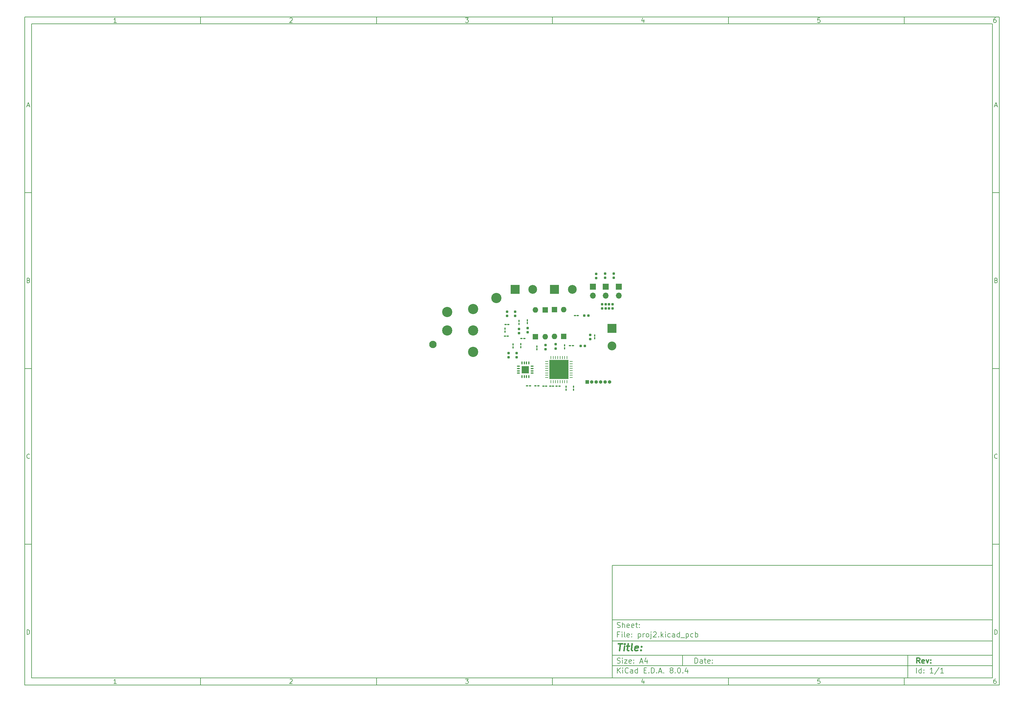
<source format=gbr>
%TF.GenerationSoftware,KiCad,Pcbnew,8.0.4*%
%TF.CreationDate,2024-08-22T11:34:41-04:00*%
%TF.ProjectId,proj2,70726f6a-322e-46b6-9963-61645f706362,rev?*%
%TF.SameCoordinates,Original*%
%TF.FileFunction,Soldermask,Top*%
%TF.FilePolarity,Negative*%
%FSLAX46Y46*%
G04 Gerber Fmt 4.6, Leading zero omitted, Abs format (unit mm)*
G04 Created by KiCad (PCBNEW 8.0.4) date 2024-08-22 11:34:41*
%MOMM*%
%LPD*%
G01*
G04 APERTURE LIST*
G04 Aperture macros list*
%AMRoundRect*
0 Rectangle with rounded corners*
0 $1 Rounding radius*
0 $2 $3 $4 $5 $6 $7 $8 $9 X,Y pos of 4 corners*
0 Add a 4 corners polygon primitive as box body*
4,1,4,$2,$3,$4,$5,$6,$7,$8,$9,$2,$3,0*
0 Add four circle primitives for the rounded corners*
1,1,$1+$1,$2,$3*
1,1,$1+$1,$4,$5*
1,1,$1+$1,$6,$7*
1,1,$1+$1,$8,$9*
0 Add four rect primitives between the rounded corners*
20,1,$1+$1,$2,$3,$4,$5,0*
20,1,$1+$1,$4,$5,$6,$7,0*
20,1,$1+$1,$6,$7,$8,$9,0*
20,1,$1+$1,$8,$9,$2,$3,0*%
G04 Aperture macros list end*
%ADD10C,0.100000*%
%ADD11C,0.150000*%
%ADD12C,0.300000*%
%ADD13C,0.400000*%
%ADD14RoundRect,0.160000X-0.160000X0.197500X-0.160000X-0.197500X0.160000X-0.197500X0.160000X0.197500X0*%
%ADD15RoundRect,0.160000X-0.197500X-0.160000X0.197500X-0.160000X0.197500X0.160000X-0.197500X0.160000X0*%
%ADD16RoundRect,0.100000X-0.100000X0.217500X-0.100000X-0.217500X0.100000X-0.217500X0.100000X0.217500X0*%
%ADD17RoundRect,0.160000X0.160000X-0.197500X0.160000X0.197500X-0.160000X0.197500X-0.160000X-0.197500X0*%
%ADD18RoundRect,0.100000X-0.217500X-0.100000X0.217500X-0.100000X0.217500X0.100000X-0.217500X0.100000X0*%
%ADD19R,2.500000X2.500000*%
%ADD20C,2.500000*%
%ADD21R,1.600000X1.600000*%
%ADD22O,1.600000X1.600000*%
%ADD23C,2.100000*%
%ADD24C,2.900000*%
%ADD25R,1.700000X1.700000*%
%ADD26O,1.700000X1.700000*%
%ADD27RoundRect,0.100000X0.217500X0.100000X-0.217500X0.100000X-0.217500X-0.100000X0.217500X-0.100000X0*%
%ADD28R,1.000000X1.000000*%
%ADD29O,1.000000X1.000000*%
%ADD30RoundRect,0.100000X0.100000X-0.217500X0.100000X0.217500X-0.100000X0.217500X-0.100000X-0.217500X0*%
%ADD31RoundRect,0.062500X-0.362500X-0.062500X0.362500X-0.062500X0.362500X0.062500X-0.362500X0.062500X0*%
%ADD32RoundRect,0.062500X-0.062500X-0.362500X0.062500X-0.362500X0.062500X0.362500X-0.062500X0.362500X0*%
%ADD33R,5.400000X5.400000*%
%ADD34RoundRect,0.075000X0.350000X0.075000X-0.350000X0.075000X-0.350000X-0.075000X0.350000X-0.075000X0*%
%ADD35RoundRect,0.075000X0.075000X0.350000X-0.075000X0.350000X-0.075000X-0.350000X0.075000X-0.350000X0*%
%ADD36R,2.100000X2.100000*%
G04 APERTURE END LIST*
D10*
D11*
X177002200Y-166007200D02*
X285002200Y-166007200D01*
X285002200Y-198007200D01*
X177002200Y-198007200D01*
X177002200Y-166007200D01*
D10*
D11*
X10000000Y-10000000D02*
X287002200Y-10000000D01*
X287002200Y-200007200D01*
X10000000Y-200007200D01*
X10000000Y-10000000D01*
D10*
D11*
X12000000Y-12000000D02*
X285002200Y-12000000D01*
X285002200Y-198007200D01*
X12000000Y-198007200D01*
X12000000Y-12000000D01*
D10*
D11*
X60000000Y-12000000D02*
X60000000Y-10000000D01*
D10*
D11*
X110000000Y-12000000D02*
X110000000Y-10000000D01*
D10*
D11*
X160000000Y-12000000D02*
X160000000Y-10000000D01*
D10*
D11*
X210000000Y-12000000D02*
X210000000Y-10000000D01*
D10*
D11*
X260000000Y-12000000D02*
X260000000Y-10000000D01*
D10*
D11*
X36089160Y-11593604D02*
X35346303Y-11593604D01*
X35717731Y-11593604D02*
X35717731Y-10293604D01*
X35717731Y-10293604D02*
X35593922Y-10479319D01*
X35593922Y-10479319D02*
X35470112Y-10603128D01*
X35470112Y-10603128D02*
X35346303Y-10665033D01*
D10*
D11*
X85346303Y-10417414D02*
X85408207Y-10355509D01*
X85408207Y-10355509D02*
X85532017Y-10293604D01*
X85532017Y-10293604D02*
X85841541Y-10293604D01*
X85841541Y-10293604D02*
X85965350Y-10355509D01*
X85965350Y-10355509D02*
X86027255Y-10417414D01*
X86027255Y-10417414D02*
X86089160Y-10541223D01*
X86089160Y-10541223D02*
X86089160Y-10665033D01*
X86089160Y-10665033D02*
X86027255Y-10850747D01*
X86027255Y-10850747D02*
X85284398Y-11593604D01*
X85284398Y-11593604D02*
X86089160Y-11593604D01*
D10*
D11*
X135284398Y-10293604D02*
X136089160Y-10293604D01*
X136089160Y-10293604D02*
X135655826Y-10788842D01*
X135655826Y-10788842D02*
X135841541Y-10788842D01*
X135841541Y-10788842D02*
X135965350Y-10850747D01*
X135965350Y-10850747D02*
X136027255Y-10912652D01*
X136027255Y-10912652D02*
X136089160Y-11036461D01*
X136089160Y-11036461D02*
X136089160Y-11345985D01*
X136089160Y-11345985D02*
X136027255Y-11469795D01*
X136027255Y-11469795D02*
X135965350Y-11531700D01*
X135965350Y-11531700D02*
X135841541Y-11593604D01*
X135841541Y-11593604D02*
X135470112Y-11593604D01*
X135470112Y-11593604D02*
X135346303Y-11531700D01*
X135346303Y-11531700D02*
X135284398Y-11469795D01*
D10*
D11*
X185965350Y-10726938D02*
X185965350Y-11593604D01*
X185655826Y-10231700D02*
X185346303Y-11160271D01*
X185346303Y-11160271D02*
X186151064Y-11160271D01*
D10*
D11*
X236027255Y-10293604D02*
X235408207Y-10293604D01*
X235408207Y-10293604D02*
X235346303Y-10912652D01*
X235346303Y-10912652D02*
X235408207Y-10850747D01*
X235408207Y-10850747D02*
X235532017Y-10788842D01*
X235532017Y-10788842D02*
X235841541Y-10788842D01*
X235841541Y-10788842D02*
X235965350Y-10850747D01*
X235965350Y-10850747D02*
X236027255Y-10912652D01*
X236027255Y-10912652D02*
X236089160Y-11036461D01*
X236089160Y-11036461D02*
X236089160Y-11345985D01*
X236089160Y-11345985D02*
X236027255Y-11469795D01*
X236027255Y-11469795D02*
X235965350Y-11531700D01*
X235965350Y-11531700D02*
X235841541Y-11593604D01*
X235841541Y-11593604D02*
X235532017Y-11593604D01*
X235532017Y-11593604D02*
X235408207Y-11531700D01*
X235408207Y-11531700D02*
X235346303Y-11469795D01*
D10*
D11*
X285965350Y-10293604D02*
X285717731Y-10293604D01*
X285717731Y-10293604D02*
X285593922Y-10355509D01*
X285593922Y-10355509D02*
X285532017Y-10417414D01*
X285532017Y-10417414D02*
X285408207Y-10603128D01*
X285408207Y-10603128D02*
X285346303Y-10850747D01*
X285346303Y-10850747D02*
X285346303Y-11345985D01*
X285346303Y-11345985D02*
X285408207Y-11469795D01*
X285408207Y-11469795D02*
X285470112Y-11531700D01*
X285470112Y-11531700D02*
X285593922Y-11593604D01*
X285593922Y-11593604D02*
X285841541Y-11593604D01*
X285841541Y-11593604D02*
X285965350Y-11531700D01*
X285965350Y-11531700D02*
X286027255Y-11469795D01*
X286027255Y-11469795D02*
X286089160Y-11345985D01*
X286089160Y-11345985D02*
X286089160Y-11036461D01*
X286089160Y-11036461D02*
X286027255Y-10912652D01*
X286027255Y-10912652D02*
X285965350Y-10850747D01*
X285965350Y-10850747D02*
X285841541Y-10788842D01*
X285841541Y-10788842D02*
X285593922Y-10788842D01*
X285593922Y-10788842D02*
X285470112Y-10850747D01*
X285470112Y-10850747D02*
X285408207Y-10912652D01*
X285408207Y-10912652D02*
X285346303Y-11036461D01*
D10*
D11*
X60000000Y-198007200D02*
X60000000Y-200007200D01*
D10*
D11*
X110000000Y-198007200D02*
X110000000Y-200007200D01*
D10*
D11*
X160000000Y-198007200D02*
X160000000Y-200007200D01*
D10*
D11*
X210000000Y-198007200D02*
X210000000Y-200007200D01*
D10*
D11*
X260000000Y-198007200D02*
X260000000Y-200007200D01*
D10*
D11*
X36089160Y-199600804D02*
X35346303Y-199600804D01*
X35717731Y-199600804D02*
X35717731Y-198300804D01*
X35717731Y-198300804D02*
X35593922Y-198486519D01*
X35593922Y-198486519D02*
X35470112Y-198610328D01*
X35470112Y-198610328D02*
X35346303Y-198672233D01*
D10*
D11*
X85346303Y-198424614D02*
X85408207Y-198362709D01*
X85408207Y-198362709D02*
X85532017Y-198300804D01*
X85532017Y-198300804D02*
X85841541Y-198300804D01*
X85841541Y-198300804D02*
X85965350Y-198362709D01*
X85965350Y-198362709D02*
X86027255Y-198424614D01*
X86027255Y-198424614D02*
X86089160Y-198548423D01*
X86089160Y-198548423D02*
X86089160Y-198672233D01*
X86089160Y-198672233D02*
X86027255Y-198857947D01*
X86027255Y-198857947D02*
X85284398Y-199600804D01*
X85284398Y-199600804D02*
X86089160Y-199600804D01*
D10*
D11*
X135284398Y-198300804D02*
X136089160Y-198300804D01*
X136089160Y-198300804D02*
X135655826Y-198796042D01*
X135655826Y-198796042D02*
X135841541Y-198796042D01*
X135841541Y-198796042D02*
X135965350Y-198857947D01*
X135965350Y-198857947D02*
X136027255Y-198919852D01*
X136027255Y-198919852D02*
X136089160Y-199043661D01*
X136089160Y-199043661D02*
X136089160Y-199353185D01*
X136089160Y-199353185D02*
X136027255Y-199476995D01*
X136027255Y-199476995D02*
X135965350Y-199538900D01*
X135965350Y-199538900D02*
X135841541Y-199600804D01*
X135841541Y-199600804D02*
X135470112Y-199600804D01*
X135470112Y-199600804D02*
X135346303Y-199538900D01*
X135346303Y-199538900D02*
X135284398Y-199476995D01*
D10*
D11*
X185965350Y-198734138D02*
X185965350Y-199600804D01*
X185655826Y-198238900D02*
X185346303Y-199167471D01*
X185346303Y-199167471D02*
X186151064Y-199167471D01*
D10*
D11*
X236027255Y-198300804D02*
X235408207Y-198300804D01*
X235408207Y-198300804D02*
X235346303Y-198919852D01*
X235346303Y-198919852D02*
X235408207Y-198857947D01*
X235408207Y-198857947D02*
X235532017Y-198796042D01*
X235532017Y-198796042D02*
X235841541Y-198796042D01*
X235841541Y-198796042D02*
X235965350Y-198857947D01*
X235965350Y-198857947D02*
X236027255Y-198919852D01*
X236027255Y-198919852D02*
X236089160Y-199043661D01*
X236089160Y-199043661D02*
X236089160Y-199353185D01*
X236089160Y-199353185D02*
X236027255Y-199476995D01*
X236027255Y-199476995D02*
X235965350Y-199538900D01*
X235965350Y-199538900D02*
X235841541Y-199600804D01*
X235841541Y-199600804D02*
X235532017Y-199600804D01*
X235532017Y-199600804D02*
X235408207Y-199538900D01*
X235408207Y-199538900D02*
X235346303Y-199476995D01*
D10*
D11*
X285965350Y-198300804D02*
X285717731Y-198300804D01*
X285717731Y-198300804D02*
X285593922Y-198362709D01*
X285593922Y-198362709D02*
X285532017Y-198424614D01*
X285532017Y-198424614D02*
X285408207Y-198610328D01*
X285408207Y-198610328D02*
X285346303Y-198857947D01*
X285346303Y-198857947D02*
X285346303Y-199353185D01*
X285346303Y-199353185D02*
X285408207Y-199476995D01*
X285408207Y-199476995D02*
X285470112Y-199538900D01*
X285470112Y-199538900D02*
X285593922Y-199600804D01*
X285593922Y-199600804D02*
X285841541Y-199600804D01*
X285841541Y-199600804D02*
X285965350Y-199538900D01*
X285965350Y-199538900D02*
X286027255Y-199476995D01*
X286027255Y-199476995D02*
X286089160Y-199353185D01*
X286089160Y-199353185D02*
X286089160Y-199043661D01*
X286089160Y-199043661D02*
X286027255Y-198919852D01*
X286027255Y-198919852D02*
X285965350Y-198857947D01*
X285965350Y-198857947D02*
X285841541Y-198796042D01*
X285841541Y-198796042D02*
X285593922Y-198796042D01*
X285593922Y-198796042D02*
X285470112Y-198857947D01*
X285470112Y-198857947D02*
X285408207Y-198919852D01*
X285408207Y-198919852D02*
X285346303Y-199043661D01*
D10*
D11*
X10000000Y-60000000D02*
X12000000Y-60000000D01*
D10*
D11*
X10000000Y-110000000D02*
X12000000Y-110000000D01*
D10*
D11*
X10000000Y-160000000D02*
X12000000Y-160000000D01*
D10*
D11*
X10690476Y-35222176D02*
X11309523Y-35222176D01*
X10566666Y-35593604D02*
X10999999Y-34293604D01*
X10999999Y-34293604D02*
X11433333Y-35593604D01*
D10*
D11*
X11092857Y-84912652D02*
X11278571Y-84974557D01*
X11278571Y-84974557D02*
X11340476Y-85036461D01*
X11340476Y-85036461D02*
X11402380Y-85160271D01*
X11402380Y-85160271D02*
X11402380Y-85345985D01*
X11402380Y-85345985D02*
X11340476Y-85469795D01*
X11340476Y-85469795D02*
X11278571Y-85531700D01*
X11278571Y-85531700D02*
X11154761Y-85593604D01*
X11154761Y-85593604D02*
X10659523Y-85593604D01*
X10659523Y-85593604D02*
X10659523Y-84293604D01*
X10659523Y-84293604D02*
X11092857Y-84293604D01*
X11092857Y-84293604D02*
X11216666Y-84355509D01*
X11216666Y-84355509D02*
X11278571Y-84417414D01*
X11278571Y-84417414D02*
X11340476Y-84541223D01*
X11340476Y-84541223D02*
X11340476Y-84665033D01*
X11340476Y-84665033D02*
X11278571Y-84788842D01*
X11278571Y-84788842D02*
X11216666Y-84850747D01*
X11216666Y-84850747D02*
X11092857Y-84912652D01*
X11092857Y-84912652D02*
X10659523Y-84912652D01*
D10*
D11*
X11402380Y-135469795D02*
X11340476Y-135531700D01*
X11340476Y-135531700D02*
X11154761Y-135593604D01*
X11154761Y-135593604D02*
X11030952Y-135593604D01*
X11030952Y-135593604D02*
X10845238Y-135531700D01*
X10845238Y-135531700D02*
X10721428Y-135407890D01*
X10721428Y-135407890D02*
X10659523Y-135284080D01*
X10659523Y-135284080D02*
X10597619Y-135036461D01*
X10597619Y-135036461D02*
X10597619Y-134850747D01*
X10597619Y-134850747D02*
X10659523Y-134603128D01*
X10659523Y-134603128D02*
X10721428Y-134479319D01*
X10721428Y-134479319D02*
X10845238Y-134355509D01*
X10845238Y-134355509D02*
X11030952Y-134293604D01*
X11030952Y-134293604D02*
X11154761Y-134293604D01*
X11154761Y-134293604D02*
X11340476Y-134355509D01*
X11340476Y-134355509D02*
X11402380Y-134417414D01*
D10*
D11*
X10659523Y-185593604D02*
X10659523Y-184293604D01*
X10659523Y-184293604D02*
X10969047Y-184293604D01*
X10969047Y-184293604D02*
X11154761Y-184355509D01*
X11154761Y-184355509D02*
X11278571Y-184479319D01*
X11278571Y-184479319D02*
X11340476Y-184603128D01*
X11340476Y-184603128D02*
X11402380Y-184850747D01*
X11402380Y-184850747D02*
X11402380Y-185036461D01*
X11402380Y-185036461D02*
X11340476Y-185284080D01*
X11340476Y-185284080D02*
X11278571Y-185407890D01*
X11278571Y-185407890D02*
X11154761Y-185531700D01*
X11154761Y-185531700D02*
X10969047Y-185593604D01*
X10969047Y-185593604D02*
X10659523Y-185593604D01*
D10*
D11*
X287002200Y-60000000D02*
X285002200Y-60000000D01*
D10*
D11*
X287002200Y-110000000D02*
X285002200Y-110000000D01*
D10*
D11*
X287002200Y-160000000D02*
X285002200Y-160000000D01*
D10*
D11*
X285692676Y-35222176D02*
X286311723Y-35222176D01*
X285568866Y-35593604D02*
X286002199Y-34293604D01*
X286002199Y-34293604D02*
X286435533Y-35593604D01*
D10*
D11*
X286095057Y-84912652D02*
X286280771Y-84974557D01*
X286280771Y-84974557D02*
X286342676Y-85036461D01*
X286342676Y-85036461D02*
X286404580Y-85160271D01*
X286404580Y-85160271D02*
X286404580Y-85345985D01*
X286404580Y-85345985D02*
X286342676Y-85469795D01*
X286342676Y-85469795D02*
X286280771Y-85531700D01*
X286280771Y-85531700D02*
X286156961Y-85593604D01*
X286156961Y-85593604D02*
X285661723Y-85593604D01*
X285661723Y-85593604D02*
X285661723Y-84293604D01*
X285661723Y-84293604D02*
X286095057Y-84293604D01*
X286095057Y-84293604D02*
X286218866Y-84355509D01*
X286218866Y-84355509D02*
X286280771Y-84417414D01*
X286280771Y-84417414D02*
X286342676Y-84541223D01*
X286342676Y-84541223D02*
X286342676Y-84665033D01*
X286342676Y-84665033D02*
X286280771Y-84788842D01*
X286280771Y-84788842D02*
X286218866Y-84850747D01*
X286218866Y-84850747D02*
X286095057Y-84912652D01*
X286095057Y-84912652D02*
X285661723Y-84912652D01*
D10*
D11*
X286404580Y-135469795D02*
X286342676Y-135531700D01*
X286342676Y-135531700D02*
X286156961Y-135593604D01*
X286156961Y-135593604D02*
X286033152Y-135593604D01*
X286033152Y-135593604D02*
X285847438Y-135531700D01*
X285847438Y-135531700D02*
X285723628Y-135407890D01*
X285723628Y-135407890D02*
X285661723Y-135284080D01*
X285661723Y-135284080D02*
X285599819Y-135036461D01*
X285599819Y-135036461D02*
X285599819Y-134850747D01*
X285599819Y-134850747D02*
X285661723Y-134603128D01*
X285661723Y-134603128D02*
X285723628Y-134479319D01*
X285723628Y-134479319D02*
X285847438Y-134355509D01*
X285847438Y-134355509D02*
X286033152Y-134293604D01*
X286033152Y-134293604D02*
X286156961Y-134293604D01*
X286156961Y-134293604D02*
X286342676Y-134355509D01*
X286342676Y-134355509D02*
X286404580Y-134417414D01*
D10*
D11*
X285661723Y-185593604D02*
X285661723Y-184293604D01*
X285661723Y-184293604D02*
X285971247Y-184293604D01*
X285971247Y-184293604D02*
X286156961Y-184355509D01*
X286156961Y-184355509D02*
X286280771Y-184479319D01*
X286280771Y-184479319D02*
X286342676Y-184603128D01*
X286342676Y-184603128D02*
X286404580Y-184850747D01*
X286404580Y-184850747D02*
X286404580Y-185036461D01*
X286404580Y-185036461D02*
X286342676Y-185284080D01*
X286342676Y-185284080D02*
X286280771Y-185407890D01*
X286280771Y-185407890D02*
X286156961Y-185531700D01*
X286156961Y-185531700D02*
X285971247Y-185593604D01*
X285971247Y-185593604D02*
X285661723Y-185593604D01*
D10*
D11*
X200458026Y-193793328D02*
X200458026Y-192293328D01*
X200458026Y-192293328D02*
X200815169Y-192293328D01*
X200815169Y-192293328D02*
X201029455Y-192364757D01*
X201029455Y-192364757D02*
X201172312Y-192507614D01*
X201172312Y-192507614D02*
X201243741Y-192650471D01*
X201243741Y-192650471D02*
X201315169Y-192936185D01*
X201315169Y-192936185D02*
X201315169Y-193150471D01*
X201315169Y-193150471D02*
X201243741Y-193436185D01*
X201243741Y-193436185D02*
X201172312Y-193579042D01*
X201172312Y-193579042D02*
X201029455Y-193721900D01*
X201029455Y-193721900D02*
X200815169Y-193793328D01*
X200815169Y-193793328D02*
X200458026Y-193793328D01*
X202600884Y-193793328D02*
X202600884Y-193007614D01*
X202600884Y-193007614D02*
X202529455Y-192864757D01*
X202529455Y-192864757D02*
X202386598Y-192793328D01*
X202386598Y-192793328D02*
X202100884Y-192793328D01*
X202100884Y-192793328D02*
X201958026Y-192864757D01*
X202600884Y-193721900D02*
X202458026Y-193793328D01*
X202458026Y-193793328D02*
X202100884Y-193793328D01*
X202100884Y-193793328D02*
X201958026Y-193721900D01*
X201958026Y-193721900D02*
X201886598Y-193579042D01*
X201886598Y-193579042D02*
X201886598Y-193436185D01*
X201886598Y-193436185D02*
X201958026Y-193293328D01*
X201958026Y-193293328D02*
X202100884Y-193221900D01*
X202100884Y-193221900D02*
X202458026Y-193221900D01*
X202458026Y-193221900D02*
X202600884Y-193150471D01*
X203100884Y-192793328D02*
X203672312Y-192793328D01*
X203315169Y-192293328D02*
X203315169Y-193579042D01*
X203315169Y-193579042D02*
X203386598Y-193721900D01*
X203386598Y-193721900D02*
X203529455Y-193793328D01*
X203529455Y-193793328D02*
X203672312Y-193793328D01*
X204743741Y-193721900D02*
X204600884Y-193793328D01*
X204600884Y-193793328D02*
X204315170Y-193793328D01*
X204315170Y-193793328D02*
X204172312Y-193721900D01*
X204172312Y-193721900D02*
X204100884Y-193579042D01*
X204100884Y-193579042D02*
X204100884Y-193007614D01*
X204100884Y-193007614D02*
X204172312Y-192864757D01*
X204172312Y-192864757D02*
X204315170Y-192793328D01*
X204315170Y-192793328D02*
X204600884Y-192793328D01*
X204600884Y-192793328D02*
X204743741Y-192864757D01*
X204743741Y-192864757D02*
X204815170Y-193007614D01*
X204815170Y-193007614D02*
X204815170Y-193150471D01*
X204815170Y-193150471D02*
X204100884Y-193293328D01*
X205458026Y-193650471D02*
X205529455Y-193721900D01*
X205529455Y-193721900D02*
X205458026Y-193793328D01*
X205458026Y-193793328D02*
X205386598Y-193721900D01*
X205386598Y-193721900D02*
X205458026Y-193650471D01*
X205458026Y-193650471D02*
X205458026Y-193793328D01*
X205458026Y-192864757D02*
X205529455Y-192936185D01*
X205529455Y-192936185D02*
X205458026Y-193007614D01*
X205458026Y-193007614D02*
X205386598Y-192936185D01*
X205386598Y-192936185D02*
X205458026Y-192864757D01*
X205458026Y-192864757D02*
X205458026Y-193007614D01*
D10*
D11*
X177002200Y-194507200D02*
X285002200Y-194507200D01*
D10*
D11*
X178458026Y-196593328D02*
X178458026Y-195093328D01*
X179315169Y-196593328D02*
X178672312Y-195736185D01*
X179315169Y-195093328D02*
X178458026Y-195950471D01*
X179958026Y-196593328D02*
X179958026Y-195593328D01*
X179958026Y-195093328D02*
X179886598Y-195164757D01*
X179886598Y-195164757D02*
X179958026Y-195236185D01*
X179958026Y-195236185D02*
X180029455Y-195164757D01*
X180029455Y-195164757D02*
X179958026Y-195093328D01*
X179958026Y-195093328D02*
X179958026Y-195236185D01*
X181529455Y-196450471D02*
X181458027Y-196521900D01*
X181458027Y-196521900D02*
X181243741Y-196593328D01*
X181243741Y-196593328D02*
X181100884Y-196593328D01*
X181100884Y-196593328D02*
X180886598Y-196521900D01*
X180886598Y-196521900D02*
X180743741Y-196379042D01*
X180743741Y-196379042D02*
X180672312Y-196236185D01*
X180672312Y-196236185D02*
X180600884Y-195950471D01*
X180600884Y-195950471D02*
X180600884Y-195736185D01*
X180600884Y-195736185D02*
X180672312Y-195450471D01*
X180672312Y-195450471D02*
X180743741Y-195307614D01*
X180743741Y-195307614D02*
X180886598Y-195164757D01*
X180886598Y-195164757D02*
X181100884Y-195093328D01*
X181100884Y-195093328D02*
X181243741Y-195093328D01*
X181243741Y-195093328D02*
X181458027Y-195164757D01*
X181458027Y-195164757D02*
X181529455Y-195236185D01*
X182815170Y-196593328D02*
X182815170Y-195807614D01*
X182815170Y-195807614D02*
X182743741Y-195664757D01*
X182743741Y-195664757D02*
X182600884Y-195593328D01*
X182600884Y-195593328D02*
X182315170Y-195593328D01*
X182315170Y-195593328D02*
X182172312Y-195664757D01*
X182815170Y-196521900D02*
X182672312Y-196593328D01*
X182672312Y-196593328D02*
X182315170Y-196593328D01*
X182315170Y-196593328D02*
X182172312Y-196521900D01*
X182172312Y-196521900D02*
X182100884Y-196379042D01*
X182100884Y-196379042D02*
X182100884Y-196236185D01*
X182100884Y-196236185D02*
X182172312Y-196093328D01*
X182172312Y-196093328D02*
X182315170Y-196021900D01*
X182315170Y-196021900D02*
X182672312Y-196021900D01*
X182672312Y-196021900D02*
X182815170Y-195950471D01*
X184172313Y-196593328D02*
X184172313Y-195093328D01*
X184172313Y-196521900D02*
X184029455Y-196593328D01*
X184029455Y-196593328D02*
X183743741Y-196593328D01*
X183743741Y-196593328D02*
X183600884Y-196521900D01*
X183600884Y-196521900D02*
X183529455Y-196450471D01*
X183529455Y-196450471D02*
X183458027Y-196307614D01*
X183458027Y-196307614D02*
X183458027Y-195879042D01*
X183458027Y-195879042D02*
X183529455Y-195736185D01*
X183529455Y-195736185D02*
X183600884Y-195664757D01*
X183600884Y-195664757D02*
X183743741Y-195593328D01*
X183743741Y-195593328D02*
X184029455Y-195593328D01*
X184029455Y-195593328D02*
X184172313Y-195664757D01*
X186029455Y-195807614D02*
X186529455Y-195807614D01*
X186743741Y-196593328D02*
X186029455Y-196593328D01*
X186029455Y-196593328D02*
X186029455Y-195093328D01*
X186029455Y-195093328D02*
X186743741Y-195093328D01*
X187386598Y-196450471D02*
X187458027Y-196521900D01*
X187458027Y-196521900D02*
X187386598Y-196593328D01*
X187386598Y-196593328D02*
X187315170Y-196521900D01*
X187315170Y-196521900D02*
X187386598Y-196450471D01*
X187386598Y-196450471D02*
X187386598Y-196593328D01*
X188100884Y-196593328D02*
X188100884Y-195093328D01*
X188100884Y-195093328D02*
X188458027Y-195093328D01*
X188458027Y-195093328D02*
X188672313Y-195164757D01*
X188672313Y-195164757D02*
X188815170Y-195307614D01*
X188815170Y-195307614D02*
X188886599Y-195450471D01*
X188886599Y-195450471D02*
X188958027Y-195736185D01*
X188958027Y-195736185D02*
X188958027Y-195950471D01*
X188958027Y-195950471D02*
X188886599Y-196236185D01*
X188886599Y-196236185D02*
X188815170Y-196379042D01*
X188815170Y-196379042D02*
X188672313Y-196521900D01*
X188672313Y-196521900D02*
X188458027Y-196593328D01*
X188458027Y-196593328D02*
X188100884Y-196593328D01*
X189600884Y-196450471D02*
X189672313Y-196521900D01*
X189672313Y-196521900D02*
X189600884Y-196593328D01*
X189600884Y-196593328D02*
X189529456Y-196521900D01*
X189529456Y-196521900D02*
X189600884Y-196450471D01*
X189600884Y-196450471D02*
X189600884Y-196593328D01*
X190243742Y-196164757D02*
X190958028Y-196164757D01*
X190100885Y-196593328D02*
X190600885Y-195093328D01*
X190600885Y-195093328D02*
X191100885Y-196593328D01*
X191600884Y-196450471D02*
X191672313Y-196521900D01*
X191672313Y-196521900D02*
X191600884Y-196593328D01*
X191600884Y-196593328D02*
X191529456Y-196521900D01*
X191529456Y-196521900D02*
X191600884Y-196450471D01*
X191600884Y-196450471D02*
X191600884Y-196593328D01*
X193672313Y-195736185D02*
X193529456Y-195664757D01*
X193529456Y-195664757D02*
X193458027Y-195593328D01*
X193458027Y-195593328D02*
X193386599Y-195450471D01*
X193386599Y-195450471D02*
X193386599Y-195379042D01*
X193386599Y-195379042D02*
X193458027Y-195236185D01*
X193458027Y-195236185D02*
X193529456Y-195164757D01*
X193529456Y-195164757D02*
X193672313Y-195093328D01*
X193672313Y-195093328D02*
X193958027Y-195093328D01*
X193958027Y-195093328D02*
X194100885Y-195164757D01*
X194100885Y-195164757D02*
X194172313Y-195236185D01*
X194172313Y-195236185D02*
X194243742Y-195379042D01*
X194243742Y-195379042D02*
X194243742Y-195450471D01*
X194243742Y-195450471D02*
X194172313Y-195593328D01*
X194172313Y-195593328D02*
X194100885Y-195664757D01*
X194100885Y-195664757D02*
X193958027Y-195736185D01*
X193958027Y-195736185D02*
X193672313Y-195736185D01*
X193672313Y-195736185D02*
X193529456Y-195807614D01*
X193529456Y-195807614D02*
X193458027Y-195879042D01*
X193458027Y-195879042D02*
X193386599Y-196021900D01*
X193386599Y-196021900D02*
X193386599Y-196307614D01*
X193386599Y-196307614D02*
X193458027Y-196450471D01*
X193458027Y-196450471D02*
X193529456Y-196521900D01*
X193529456Y-196521900D02*
X193672313Y-196593328D01*
X193672313Y-196593328D02*
X193958027Y-196593328D01*
X193958027Y-196593328D02*
X194100885Y-196521900D01*
X194100885Y-196521900D02*
X194172313Y-196450471D01*
X194172313Y-196450471D02*
X194243742Y-196307614D01*
X194243742Y-196307614D02*
X194243742Y-196021900D01*
X194243742Y-196021900D02*
X194172313Y-195879042D01*
X194172313Y-195879042D02*
X194100885Y-195807614D01*
X194100885Y-195807614D02*
X193958027Y-195736185D01*
X194886598Y-196450471D02*
X194958027Y-196521900D01*
X194958027Y-196521900D02*
X194886598Y-196593328D01*
X194886598Y-196593328D02*
X194815170Y-196521900D01*
X194815170Y-196521900D02*
X194886598Y-196450471D01*
X194886598Y-196450471D02*
X194886598Y-196593328D01*
X195886599Y-195093328D02*
X196029456Y-195093328D01*
X196029456Y-195093328D02*
X196172313Y-195164757D01*
X196172313Y-195164757D02*
X196243742Y-195236185D01*
X196243742Y-195236185D02*
X196315170Y-195379042D01*
X196315170Y-195379042D02*
X196386599Y-195664757D01*
X196386599Y-195664757D02*
X196386599Y-196021900D01*
X196386599Y-196021900D02*
X196315170Y-196307614D01*
X196315170Y-196307614D02*
X196243742Y-196450471D01*
X196243742Y-196450471D02*
X196172313Y-196521900D01*
X196172313Y-196521900D02*
X196029456Y-196593328D01*
X196029456Y-196593328D02*
X195886599Y-196593328D01*
X195886599Y-196593328D02*
X195743742Y-196521900D01*
X195743742Y-196521900D02*
X195672313Y-196450471D01*
X195672313Y-196450471D02*
X195600884Y-196307614D01*
X195600884Y-196307614D02*
X195529456Y-196021900D01*
X195529456Y-196021900D02*
X195529456Y-195664757D01*
X195529456Y-195664757D02*
X195600884Y-195379042D01*
X195600884Y-195379042D02*
X195672313Y-195236185D01*
X195672313Y-195236185D02*
X195743742Y-195164757D01*
X195743742Y-195164757D02*
X195886599Y-195093328D01*
X197029455Y-196450471D02*
X197100884Y-196521900D01*
X197100884Y-196521900D02*
X197029455Y-196593328D01*
X197029455Y-196593328D02*
X196958027Y-196521900D01*
X196958027Y-196521900D02*
X197029455Y-196450471D01*
X197029455Y-196450471D02*
X197029455Y-196593328D01*
X198386599Y-195593328D02*
X198386599Y-196593328D01*
X198029456Y-195021900D02*
X197672313Y-196093328D01*
X197672313Y-196093328D02*
X198600884Y-196093328D01*
D10*
D11*
X177002200Y-191507200D02*
X285002200Y-191507200D01*
D10*
D12*
X264413853Y-193785528D02*
X263913853Y-193071242D01*
X263556710Y-193785528D02*
X263556710Y-192285528D01*
X263556710Y-192285528D02*
X264128139Y-192285528D01*
X264128139Y-192285528D02*
X264270996Y-192356957D01*
X264270996Y-192356957D02*
X264342425Y-192428385D01*
X264342425Y-192428385D02*
X264413853Y-192571242D01*
X264413853Y-192571242D02*
X264413853Y-192785528D01*
X264413853Y-192785528D02*
X264342425Y-192928385D01*
X264342425Y-192928385D02*
X264270996Y-192999814D01*
X264270996Y-192999814D02*
X264128139Y-193071242D01*
X264128139Y-193071242D02*
X263556710Y-193071242D01*
X265628139Y-193714100D02*
X265485282Y-193785528D01*
X265485282Y-193785528D02*
X265199568Y-193785528D01*
X265199568Y-193785528D02*
X265056710Y-193714100D01*
X265056710Y-193714100D02*
X264985282Y-193571242D01*
X264985282Y-193571242D02*
X264985282Y-192999814D01*
X264985282Y-192999814D02*
X265056710Y-192856957D01*
X265056710Y-192856957D02*
X265199568Y-192785528D01*
X265199568Y-192785528D02*
X265485282Y-192785528D01*
X265485282Y-192785528D02*
X265628139Y-192856957D01*
X265628139Y-192856957D02*
X265699568Y-192999814D01*
X265699568Y-192999814D02*
X265699568Y-193142671D01*
X265699568Y-193142671D02*
X264985282Y-193285528D01*
X266199567Y-192785528D02*
X266556710Y-193785528D01*
X266556710Y-193785528D02*
X266913853Y-192785528D01*
X267485281Y-193642671D02*
X267556710Y-193714100D01*
X267556710Y-193714100D02*
X267485281Y-193785528D01*
X267485281Y-193785528D02*
X267413853Y-193714100D01*
X267413853Y-193714100D02*
X267485281Y-193642671D01*
X267485281Y-193642671D02*
X267485281Y-193785528D01*
X267485281Y-192856957D02*
X267556710Y-192928385D01*
X267556710Y-192928385D02*
X267485281Y-192999814D01*
X267485281Y-192999814D02*
X267413853Y-192928385D01*
X267413853Y-192928385D02*
X267485281Y-192856957D01*
X267485281Y-192856957D02*
X267485281Y-192999814D01*
D10*
D11*
X178386598Y-193721900D02*
X178600884Y-193793328D01*
X178600884Y-193793328D02*
X178958026Y-193793328D01*
X178958026Y-193793328D02*
X179100884Y-193721900D01*
X179100884Y-193721900D02*
X179172312Y-193650471D01*
X179172312Y-193650471D02*
X179243741Y-193507614D01*
X179243741Y-193507614D02*
X179243741Y-193364757D01*
X179243741Y-193364757D02*
X179172312Y-193221900D01*
X179172312Y-193221900D02*
X179100884Y-193150471D01*
X179100884Y-193150471D02*
X178958026Y-193079042D01*
X178958026Y-193079042D02*
X178672312Y-193007614D01*
X178672312Y-193007614D02*
X178529455Y-192936185D01*
X178529455Y-192936185D02*
X178458026Y-192864757D01*
X178458026Y-192864757D02*
X178386598Y-192721900D01*
X178386598Y-192721900D02*
X178386598Y-192579042D01*
X178386598Y-192579042D02*
X178458026Y-192436185D01*
X178458026Y-192436185D02*
X178529455Y-192364757D01*
X178529455Y-192364757D02*
X178672312Y-192293328D01*
X178672312Y-192293328D02*
X179029455Y-192293328D01*
X179029455Y-192293328D02*
X179243741Y-192364757D01*
X179886597Y-193793328D02*
X179886597Y-192793328D01*
X179886597Y-192293328D02*
X179815169Y-192364757D01*
X179815169Y-192364757D02*
X179886597Y-192436185D01*
X179886597Y-192436185D02*
X179958026Y-192364757D01*
X179958026Y-192364757D02*
X179886597Y-192293328D01*
X179886597Y-192293328D02*
X179886597Y-192436185D01*
X180458026Y-192793328D02*
X181243741Y-192793328D01*
X181243741Y-192793328D02*
X180458026Y-193793328D01*
X180458026Y-193793328D02*
X181243741Y-193793328D01*
X182386598Y-193721900D02*
X182243741Y-193793328D01*
X182243741Y-193793328D02*
X181958027Y-193793328D01*
X181958027Y-193793328D02*
X181815169Y-193721900D01*
X181815169Y-193721900D02*
X181743741Y-193579042D01*
X181743741Y-193579042D02*
X181743741Y-193007614D01*
X181743741Y-193007614D02*
X181815169Y-192864757D01*
X181815169Y-192864757D02*
X181958027Y-192793328D01*
X181958027Y-192793328D02*
X182243741Y-192793328D01*
X182243741Y-192793328D02*
X182386598Y-192864757D01*
X182386598Y-192864757D02*
X182458027Y-193007614D01*
X182458027Y-193007614D02*
X182458027Y-193150471D01*
X182458027Y-193150471D02*
X181743741Y-193293328D01*
X183100883Y-193650471D02*
X183172312Y-193721900D01*
X183172312Y-193721900D02*
X183100883Y-193793328D01*
X183100883Y-193793328D02*
X183029455Y-193721900D01*
X183029455Y-193721900D02*
X183100883Y-193650471D01*
X183100883Y-193650471D02*
X183100883Y-193793328D01*
X183100883Y-192864757D02*
X183172312Y-192936185D01*
X183172312Y-192936185D02*
X183100883Y-193007614D01*
X183100883Y-193007614D02*
X183029455Y-192936185D01*
X183029455Y-192936185D02*
X183100883Y-192864757D01*
X183100883Y-192864757D02*
X183100883Y-193007614D01*
X184886598Y-193364757D02*
X185600884Y-193364757D01*
X184743741Y-193793328D02*
X185243741Y-192293328D01*
X185243741Y-192293328D02*
X185743741Y-193793328D01*
X186886598Y-192793328D02*
X186886598Y-193793328D01*
X186529455Y-192221900D02*
X186172312Y-193293328D01*
X186172312Y-193293328D02*
X187100883Y-193293328D01*
D10*
D11*
X263458026Y-196593328D02*
X263458026Y-195093328D01*
X264815170Y-196593328D02*
X264815170Y-195093328D01*
X264815170Y-196521900D02*
X264672312Y-196593328D01*
X264672312Y-196593328D02*
X264386598Y-196593328D01*
X264386598Y-196593328D02*
X264243741Y-196521900D01*
X264243741Y-196521900D02*
X264172312Y-196450471D01*
X264172312Y-196450471D02*
X264100884Y-196307614D01*
X264100884Y-196307614D02*
X264100884Y-195879042D01*
X264100884Y-195879042D02*
X264172312Y-195736185D01*
X264172312Y-195736185D02*
X264243741Y-195664757D01*
X264243741Y-195664757D02*
X264386598Y-195593328D01*
X264386598Y-195593328D02*
X264672312Y-195593328D01*
X264672312Y-195593328D02*
X264815170Y-195664757D01*
X265529455Y-196450471D02*
X265600884Y-196521900D01*
X265600884Y-196521900D02*
X265529455Y-196593328D01*
X265529455Y-196593328D02*
X265458027Y-196521900D01*
X265458027Y-196521900D02*
X265529455Y-196450471D01*
X265529455Y-196450471D02*
X265529455Y-196593328D01*
X265529455Y-195664757D02*
X265600884Y-195736185D01*
X265600884Y-195736185D02*
X265529455Y-195807614D01*
X265529455Y-195807614D02*
X265458027Y-195736185D01*
X265458027Y-195736185D02*
X265529455Y-195664757D01*
X265529455Y-195664757D02*
X265529455Y-195807614D01*
X268172313Y-196593328D02*
X267315170Y-196593328D01*
X267743741Y-196593328D02*
X267743741Y-195093328D01*
X267743741Y-195093328D02*
X267600884Y-195307614D01*
X267600884Y-195307614D02*
X267458027Y-195450471D01*
X267458027Y-195450471D02*
X267315170Y-195521900D01*
X269886598Y-195021900D02*
X268600884Y-196950471D01*
X271172313Y-196593328D02*
X270315170Y-196593328D01*
X270743741Y-196593328D02*
X270743741Y-195093328D01*
X270743741Y-195093328D02*
X270600884Y-195307614D01*
X270600884Y-195307614D02*
X270458027Y-195450471D01*
X270458027Y-195450471D02*
X270315170Y-195521900D01*
D10*
D11*
X177002200Y-187507200D02*
X285002200Y-187507200D01*
D10*
D13*
X178693928Y-188211638D02*
X179836785Y-188211638D01*
X179015357Y-190211638D02*
X179265357Y-188211638D01*
X180253452Y-190211638D02*
X180420119Y-188878304D01*
X180503452Y-188211638D02*
X180396309Y-188306876D01*
X180396309Y-188306876D02*
X180479643Y-188402114D01*
X180479643Y-188402114D02*
X180586786Y-188306876D01*
X180586786Y-188306876D02*
X180503452Y-188211638D01*
X180503452Y-188211638D02*
X180479643Y-188402114D01*
X181086786Y-188878304D02*
X181848690Y-188878304D01*
X181455833Y-188211638D02*
X181241548Y-189925923D01*
X181241548Y-189925923D02*
X181312976Y-190116400D01*
X181312976Y-190116400D02*
X181491548Y-190211638D01*
X181491548Y-190211638D02*
X181682024Y-190211638D01*
X182634405Y-190211638D02*
X182455833Y-190116400D01*
X182455833Y-190116400D02*
X182384405Y-189925923D01*
X182384405Y-189925923D02*
X182598690Y-188211638D01*
X184170119Y-190116400D02*
X183967738Y-190211638D01*
X183967738Y-190211638D02*
X183586785Y-190211638D01*
X183586785Y-190211638D02*
X183408214Y-190116400D01*
X183408214Y-190116400D02*
X183336785Y-189925923D01*
X183336785Y-189925923D02*
X183432024Y-189164019D01*
X183432024Y-189164019D02*
X183551071Y-188973542D01*
X183551071Y-188973542D02*
X183753452Y-188878304D01*
X183753452Y-188878304D02*
X184134404Y-188878304D01*
X184134404Y-188878304D02*
X184312976Y-188973542D01*
X184312976Y-188973542D02*
X184384404Y-189164019D01*
X184384404Y-189164019D02*
X184360595Y-189354495D01*
X184360595Y-189354495D02*
X183384404Y-189544971D01*
X185134405Y-190021161D02*
X185217738Y-190116400D01*
X185217738Y-190116400D02*
X185110595Y-190211638D01*
X185110595Y-190211638D02*
X185027262Y-190116400D01*
X185027262Y-190116400D02*
X185134405Y-190021161D01*
X185134405Y-190021161D02*
X185110595Y-190211638D01*
X185265357Y-188973542D02*
X185348690Y-189068780D01*
X185348690Y-189068780D02*
X185241548Y-189164019D01*
X185241548Y-189164019D02*
X185158214Y-189068780D01*
X185158214Y-189068780D02*
X185265357Y-188973542D01*
X185265357Y-188973542D02*
X185241548Y-189164019D01*
D10*
D11*
X178958026Y-185607614D02*
X178458026Y-185607614D01*
X178458026Y-186393328D02*
X178458026Y-184893328D01*
X178458026Y-184893328D02*
X179172312Y-184893328D01*
X179743740Y-186393328D02*
X179743740Y-185393328D01*
X179743740Y-184893328D02*
X179672312Y-184964757D01*
X179672312Y-184964757D02*
X179743740Y-185036185D01*
X179743740Y-185036185D02*
X179815169Y-184964757D01*
X179815169Y-184964757D02*
X179743740Y-184893328D01*
X179743740Y-184893328D02*
X179743740Y-185036185D01*
X180672312Y-186393328D02*
X180529455Y-186321900D01*
X180529455Y-186321900D02*
X180458026Y-186179042D01*
X180458026Y-186179042D02*
X180458026Y-184893328D01*
X181815169Y-186321900D02*
X181672312Y-186393328D01*
X181672312Y-186393328D02*
X181386598Y-186393328D01*
X181386598Y-186393328D02*
X181243740Y-186321900D01*
X181243740Y-186321900D02*
X181172312Y-186179042D01*
X181172312Y-186179042D02*
X181172312Y-185607614D01*
X181172312Y-185607614D02*
X181243740Y-185464757D01*
X181243740Y-185464757D02*
X181386598Y-185393328D01*
X181386598Y-185393328D02*
X181672312Y-185393328D01*
X181672312Y-185393328D02*
X181815169Y-185464757D01*
X181815169Y-185464757D02*
X181886598Y-185607614D01*
X181886598Y-185607614D02*
X181886598Y-185750471D01*
X181886598Y-185750471D02*
X181172312Y-185893328D01*
X182529454Y-186250471D02*
X182600883Y-186321900D01*
X182600883Y-186321900D02*
X182529454Y-186393328D01*
X182529454Y-186393328D02*
X182458026Y-186321900D01*
X182458026Y-186321900D02*
X182529454Y-186250471D01*
X182529454Y-186250471D02*
X182529454Y-186393328D01*
X182529454Y-185464757D02*
X182600883Y-185536185D01*
X182600883Y-185536185D02*
X182529454Y-185607614D01*
X182529454Y-185607614D02*
X182458026Y-185536185D01*
X182458026Y-185536185D02*
X182529454Y-185464757D01*
X182529454Y-185464757D02*
X182529454Y-185607614D01*
X184386597Y-185393328D02*
X184386597Y-186893328D01*
X184386597Y-185464757D02*
X184529455Y-185393328D01*
X184529455Y-185393328D02*
X184815169Y-185393328D01*
X184815169Y-185393328D02*
X184958026Y-185464757D01*
X184958026Y-185464757D02*
X185029455Y-185536185D01*
X185029455Y-185536185D02*
X185100883Y-185679042D01*
X185100883Y-185679042D02*
X185100883Y-186107614D01*
X185100883Y-186107614D02*
X185029455Y-186250471D01*
X185029455Y-186250471D02*
X184958026Y-186321900D01*
X184958026Y-186321900D02*
X184815169Y-186393328D01*
X184815169Y-186393328D02*
X184529455Y-186393328D01*
X184529455Y-186393328D02*
X184386597Y-186321900D01*
X185743740Y-186393328D02*
X185743740Y-185393328D01*
X185743740Y-185679042D02*
X185815169Y-185536185D01*
X185815169Y-185536185D02*
X185886598Y-185464757D01*
X185886598Y-185464757D02*
X186029455Y-185393328D01*
X186029455Y-185393328D02*
X186172312Y-185393328D01*
X186886597Y-186393328D02*
X186743740Y-186321900D01*
X186743740Y-186321900D02*
X186672311Y-186250471D01*
X186672311Y-186250471D02*
X186600883Y-186107614D01*
X186600883Y-186107614D02*
X186600883Y-185679042D01*
X186600883Y-185679042D02*
X186672311Y-185536185D01*
X186672311Y-185536185D02*
X186743740Y-185464757D01*
X186743740Y-185464757D02*
X186886597Y-185393328D01*
X186886597Y-185393328D02*
X187100883Y-185393328D01*
X187100883Y-185393328D02*
X187243740Y-185464757D01*
X187243740Y-185464757D02*
X187315169Y-185536185D01*
X187315169Y-185536185D02*
X187386597Y-185679042D01*
X187386597Y-185679042D02*
X187386597Y-186107614D01*
X187386597Y-186107614D02*
X187315169Y-186250471D01*
X187315169Y-186250471D02*
X187243740Y-186321900D01*
X187243740Y-186321900D02*
X187100883Y-186393328D01*
X187100883Y-186393328D02*
X186886597Y-186393328D01*
X188029454Y-185393328D02*
X188029454Y-186679042D01*
X188029454Y-186679042D02*
X187958026Y-186821900D01*
X187958026Y-186821900D02*
X187815169Y-186893328D01*
X187815169Y-186893328D02*
X187743740Y-186893328D01*
X188029454Y-184893328D02*
X187958026Y-184964757D01*
X187958026Y-184964757D02*
X188029454Y-185036185D01*
X188029454Y-185036185D02*
X188100883Y-184964757D01*
X188100883Y-184964757D02*
X188029454Y-184893328D01*
X188029454Y-184893328D02*
X188029454Y-185036185D01*
X188672312Y-185036185D02*
X188743740Y-184964757D01*
X188743740Y-184964757D02*
X188886598Y-184893328D01*
X188886598Y-184893328D02*
X189243740Y-184893328D01*
X189243740Y-184893328D02*
X189386598Y-184964757D01*
X189386598Y-184964757D02*
X189458026Y-185036185D01*
X189458026Y-185036185D02*
X189529455Y-185179042D01*
X189529455Y-185179042D02*
X189529455Y-185321900D01*
X189529455Y-185321900D02*
X189458026Y-185536185D01*
X189458026Y-185536185D02*
X188600883Y-186393328D01*
X188600883Y-186393328D02*
X189529455Y-186393328D01*
X190172311Y-186250471D02*
X190243740Y-186321900D01*
X190243740Y-186321900D02*
X190172311Y-186393328D01*
X190172311Y-186393328D02*
X190100883Y-186321900D01*
X190100883Y-186321900D02*
X190172311Y-186250471D01*
X190172311Y-186250471D02*
X190172311Y-186393328D01*
X190886597Y-186393328D02*
X190886597Y-184893328D01*
X191029455Y-185821900D02*
X191458026Y-186393328D01*
X191458026Y-185393328D02*
X190886597Y-185964757D01*
X192100883Y-186393328D02*
X192100883Y-185393328D01*
X192100883Y-184893328D02*
X192029455Y-184964757D01*
X192029455Y-184964757D02*
X192100883Y-185036185D01*
X192100883Y-185036185D02*
X192172312Y-184964757D01*
X192172312Y-184964757D02*
X192100883Y-184893328D01*
X192100883Y-184893328D02*
X192100883Y-185036185D01*
X193458027Y-186321900D02*
X193315169Y-186393328D01*
X193315169Y-186393328D02*
X193029455Y-186393328D01*
X193029455Y-186393328D02*
X192886598Y-186321900D01*
X192886598Y-186321900D02*
X192815169Y-186250471D01*
X192815169Y-186250471D02*
X192743741Y-186107614D01*
X192743741Y-186107614D02*
X192743741Y-185679042D01*
X192743741Y-185679042D02*
X192815169Y-185536185D01*
X192815169Y-185536185D02*
X192886598Y-185464757D01*
X192886598Y-185464757D02*
X193029455Y-185393328D01*
X193029455Y-185393328D02*
X193315169Y-185393328D01*
X193315169Y-185393328D02*
X193458027Y-185464757D01*
X194743741Y-186393328D02*
X194743741Y-185607614D01*
X194743741Y-185607614D02*
X194672312Y-185464757D01*
X194672312Y-185464757D02*
X194529455Y-185393328D01*
X194529455Y-185393328D02*
X194243741Y-185393328D01*
X194243741Y-185393328D02*
X194100883Y-185464757D01*
X194743741Y-186321900D02*
X194600883Y-186393328D01*
X194600883Y-186393328D02*
X194243741Y-186393328D01*
X194243741Y-186393328D02*
X194100883Y-186321900D01*
X194100883Y-186321900D02*
X194029455Y-186179042D01*
X194029455Y-186179042D02*
X194029455Y-186036185D01*
X194029455Y-186036185D02*
X194100883Y-185893328D01*
X194100883Y-185893328D02*
X194243741Y-185821900D01*
X194243741Y-185821900D02*
X194600883Y-185821900D01*
X194600883Y-185821900D02*
X194743741Y-185750471D01*
X196100884Y-186393328D02*
X196100884Y-184893328D01*
X196100884Y-186321900D02*
X195958026Y-186393328D01*
X195958026Y-186393328D02*
X195672312Y-186393328D01*
X195672312Y-186393328D02*
X195529455Y-186321900D01*
X195529455Y-186321900D02*
X195458026Y-186250471D01*
X195458026Y-186250471D02*
X195386598Y-186107614D01*
X195386598Y-186107614D02*
X195386598Y-185679042D01*
X195386598Y-185679042D02*
X195458026Y-185536185D01*
X195458026Y-185536185D02*
X195529455Y-185464757D01*
X195529455Y-185464757D02*
X195672312Y-185393328D01*
X195672312Y-185393328D02*
X195958026Y-185393328D01*
X195958026Y-185393328D02*
X196100884Y-185464757D01*
X196458027Y-186536185D02*
X197600884Y-186536185D01*
X197958026Y-185393328D02*
X197958026Y-186893328D01*
X197958026Y-185464757D02*
X198100884Y-185393328D01*
X198100884Y-185393328D02*
X198386598Y-185393328D01*
X198386598Y-185393328D02*
X198529455Y-185464757D01*
X198529455Y-185464757D02*
X198600884Y-185536185D01*
X198600884Y-185536185D02*
X198672312Y-185679042D01*
X198672312Y-185679042D02*
X198672312Y-186107614D01*
X198672312Y-186107614D02*
X198600884Y-186250471D01*
X198600884Y-186250471D02*
X198529455Y-186321900D01*
X198529455Y-186321900D02*
X198386598Y-186393328D01*
X198386598Y-186393328D02*
X198100884Y-186393328D01*
X198100884Y-186393328D02*
X197958026Y-186321900D01*
X199958027Y-186321900D02*
X199815169Y-186393328D01*
X199815169Y-186393328D02*
X199529455Y-186393328D01*
X199529455Y-186393328D02*
X199386598Y-186321900D01*
X199386598Y-186321900D02*
X199315169Y-186250471D01*
X199315169Y-186250471D02*
X199243741Y-186107614D01*
X199243741Y-186107614D02*
X199243741Y-185679042D01*
X199243741Y-185679042D02*
X199315169Y-185536185D01*
X199315169Y-185536185D02*
X199386598Y-185464757D01*
X199386598Y-185464757D02*
X199529455Y-185393328D01*
X199529455Y-185393328D02*
X199815169Y-185393328D01*
X199815169Y-185393328D02*
X199958027Y-185464757D01*
X200600883Y-186393328D02*
X200600883Y-184893328D01*
X200600883Y-185464757D02*
X200743741Y-185393328D01*
X200743741Y-185393328D02*
X201029455Y-185393328D01*
X201029455Y-185393328D02*
X201172312Y-185464757D01*
X201172312Y-185464757D02*
X201243741Y-185536185D01*
X201243741Y-185536185D02*
X201315169Y-185679042D01*
X201315169Y-185679042D02*
X201315169Y-186107614D01*
X201315169Y-186107614D02*
X201243741Y-186250471D01*
X201243741Y-186250471D02*
X201172312Y-186321900D01*
X201172312Y-186321900D02*
X201029455Y-186393328D01*
X201029455Y-186393328D02*
X200743741Y-186393328D01*
X200743741Y-186393328D02*
X200600883Y-186321900D01*
D10*
D11*
X177002200Y-181507200D02*
X285002200Y-181507200D01*
D10*
D11*
X178386598Y-183621900D02*
X178600884Y-183693328D01*
X178600884Y-183693328D02*
X178958026Y-183693328D01*
X178958026Y-183693328D02*
X179100884Y-183621900D01*
X179100884Y-183621900D02*
X179172312Y-183550471D01*
X179172312Y-183550471D02*
X179243741Y-183407614D01*
X179243741Y-183407614D02*
X179243741Y-183264757D01*
X179243741Y-183264757D02*
X179172312Y-183121900D01*
X179172312Y-183121900D02*
X179100884Y-183050471D01*
X179100884Y-183050471D02*
X178958026Y-182979042D01*
X178958026Y-182979042D02*
X178672312Y-182907614D01*
X178672312Y-182907614D02*
X178529455Y-182836185D01*
X178529455Y-182836185D02*
X178458026Y-182764757D01*
X178458026Y-182764757D02*
X178386598Y-182621900D01*
X178386598Y-182621900D02*
X178386598Y-182479042D01*
X178386598Y-182479042D02*
X178458026Y-182336185D01*
X178458026Y-182336185D02*
X178529455Y-182264757D01*
X178529455Y-182264757D02*
X178672312Y-182193328D01*
X178672312Y-182193328D02*
X179029455Y-182193328D01*
X179029455Y-182193328D02*
X179243741Y-182264757D01*
X179886597Y-183693328D02*
X179886597Y-182193328D01*
X180529455Y-183693328D02*
X180529455Y-182907614D01*
X180529455Y-182907614D02*
X180458026Y-182764757D01*
X180458026Y-182764757D02*
X180315169Y-182693328D01*
X180315169Y-182693328D02*
X180100883Y-182693328D01*
X180100883Y-182693328D02*
X179958026Y-182764757D01*
X179958026Y-182764757D02*
X179886597Y-182836185D01*
X181815169Y-183621900D02*
X181672312Y-183693328D01*
X181672312Y-183693328D02*
X181386598Y-183693328D01*
X181386598Y-183693328D02*
X181243740Y-183621900D01*
X181243740Y-183621900D02*
X181172312Y-183479042D01*
X181172312Y-183479042D02*
X181172312Y-182907614D01*
X181172312Y-182907614D02*
X181243740Y-182764757D01*
X181243740Y-182764757D02*
X181386598Y-182693328D01*
X181386598Y-182693328D02*
X181672312Y-182693328D01*
X181672312Y-182693328D02*
X181815169Y-182764757D01*
X181815169Y-182764757D02*
X181886598Y-182907614D01*
X181886598Y-182907614D02*
X181886598Y-183050471D01*
X181886598Y-183050471D02*
X181172312Y-183193328D01*
X183100883Y-183621900D02*
X182958026Y-183693328D01*
X182958026Y-183693328D02*
X182672312Y-183693328D01*
X182672312Y-183693328D02*
X182529454Y-183621900D01*
X182529454Y-183621900D02*
X182458026Y-183479042D01*
X182458026Y-183479042D02*
X182458026Y-182907614D01*
X182458026Y-182907614D02*
X182529454Y-182764757D01*
X182529454Y-182764757D02*
X182672312Y-182693328D01*
X182672312Y-182693328D02*
X182958026Y-182693328D01*
X182958026Y-182693328D02*
X183100883Y-182764757D01*
X183100883Y-182764757D02*
X183172312Y-182907614D01*
X183172312Y-182907614D02*
X183172312Y-183050471D01*
X183172312Y-183050471D02*
X182458026Y-183193328D01*
X183600883Y-182693328D02*
X184172311Y-182693328D01*
X183815168Y-182193328D02*
X183815168Y-183479042D01*
X183815168Y-183479042D02*
X183886597Y-183621900D01*
X183886597Y-183621900D02*
X184029454Y-183693328D01*
X184029454Y-183693328D02*
X184172311Y-183693328D01*
X184672311Y-183550471D02*
X184743740Y-183621900D01*
X184743740Y-183621900D02*
X184672311Y-183693328D01*
X184672311Y-183693328D02*
X184600883Y-183621900D01*
X184600883Y-183621900D02*
X184672311Y-183550471D01*
X184672311Y-183550471D02*
X184672311Y-183693328D01*
X184672311Y-182764757D02*
X184743740Y-182836185D01*
X184743740Y-182836185D02*
X184672311Y-182907614D01*
X184672311Y-182907614D02*
X184600883Y-182836185D01*
X184600883Y-182836185D02*
X184672311Y-182764757D01*
X184672311Y-182764757D02*
X184672311Y-182907614D01*
D10*
D11*
X197002200Y-191507200D02*
X197002200Y-194507200D01*
D10*
D11*
X261002200Y-191507200D02*
X261002200Y-198007200D01*
D14*
%TO.C,R6*%
X177371250Y-83008750D03*
X177371250Y-84203750D03*
%TD*%
%TO.C,R9*%
X147100000Y-93805000D03*
X147100000Y-95000000D03*
%TD*%
D15*
%TO.C,R17*%
X168005000Y-103600000D03*
X169200000Y-103600000D03*
%TD*%
D16*
%TO.C,C10*%
X163400000Y-103400000D03*
X163400000Y-104215000D03*
%TD*%
D17*
%TO.C,R13*%
X160900000Y-104297500D03*
X160900000Y-103102500D03*
%TD*%
D16*
%TO.C,C4*%
X166000000Y-115192500D03*
X166000000Y-116007500D03*
%TD*%
D18*
%TO.C,C1*%
X146660000Y-97500000D03*
X147475000Y-97500000D03*
%TD*%
%TO.C,C16*%
X157400000Y-115000000D03*
X158215000Y-115000000D03*
%TD*%
D19*
%TO.C,J7*%
X160600000Y-87500000D03*
D20*
X165600000Y-87500000D03*
%TD*%
D21*
%TO.C,D3*%
X157900000Y-93300000D03*
D22*
X157900000Y-100920000D03*
%TD*%
D14*
%TO.C,R10*%
X152900000Y-98500000D03*
X152900000Y-99695000D03*
%TD*%
D16*
%TO.C,C12*%
X148800000Y-103160000D03*
X148800000Y-103975000D03*
%TD*%
D14*
%TO.C,R14*%
X147500000Y-105602500D03*
X147500000Y-106797500D03*
%TD*%
%TO.C,R5*%
X176091250Y-91708750D03*
X176091250Y-92903750D03*
%TD*%
D23*
%TO.C,J2*%
X126020000Y-103155000D03*
D24*
X137420000Y-105255000D03*
X137420000Y-93055000D03*
X137420000Y-99155000D03*
X130120000Y-99155000D03*
X130120000Y-93955000D03*
X144020000Y-89955000D03*
%TD*%
D16*
%TO.C,C11*%
X151000000Y-103085000D03*
X151000000Y-103900000D03*
%TD*%
D18*
%TO.C,C2*%
X146492500Y-100800000D03*
X147307500Y-100800000D03*
%TD*%
D14*
%TO.C,R7*%
X177100000Y-91702500D03*
X177100000Y-92897500D03*
%TD*%
%TO.C,R15*%
X149800000Y-105600000D03*
X149800000Y-106795000D03*
%TD*%
D17*
%TO.C,R18*%
X170700000Y-101597500D03*
X170700000Y-100402500D03*
%TD*%
D14*
%TO.C,R3*%
X175091250Y-91706250D03*
X175091250Y-92901250D03*
%TD*%
%TO.C,R4*%
X174921250Y-82988750D03*
X174921250Y-84183750D03*
%TD*%
D18*
%TO.C,C19*%
X164960000Y-103500000D03*
X165775000Y-103500000D03*
%TD*%
D25*
%TO.C,J3*%
X171491250Y-86751250D03*
D26*
X171491250Y-89291250D03*
%TD*%
D27*
%TO.C,C17*%
X153600000Y-114900000D03*
X152785000Y-114900000D03*
%TD*%
D21*
%TO.C,D1*%
X160560000Y-93240000D03*
D22*
X160560000Y-100860000D03*
%TD*%
D14*
%TO.C,R11*%
X150500000Y-98710000D03*
X150500000Y-99905000D03*
%TD*%
D17*
%TO.C,R8*%
X149400000Y-95000000D03*
X149400000Y-93805000D03*
%TD*%
D19*
%TO.C,J6*%
X176900000Y-98600000D03*
D20*
X176900000Y-103600000D03*
%TD*%
D27*
%TO.C,C13*%
X162000000Y-115000000D03*
X161185000Y-115000000D03*
%TD*%
D28*
%TO.C,J1*%
X169860000Y-113810000D03*
D29*
X171130000Y-113810000D03*
X172400000Y-113810000D03*
X173670000Y-113810000D03*
X174940000Y-113810000D03*
X176210000Y-113810000D03*
%TD*%
D14*
%TO.C,R1*%
X174091250Y-91708750D03*
X174091250Y-92903750D03*
%TD*%
D30*
%TO.C,C7*%
X150500000Y-97307500D03*
X150500000Y-96492500D03*
%TD*%
D15*
%TO.C,R16*%
X169005000Y-94900000D03*
X170200000Y-94900000D03*
%TD*%
D18*
%TO.C,C8*%
X159360000Y-115000000D03*
X160175000Y-115000000D03*
%TD*%
D21*
%TO.C,D4*%
X155160000Y-100940000D03*
D22*
X155160000Y-93320000D03*
%TD*%
D25*
%TO.C,J4*%
X175141250Y-86751250D03*
D26*
X175141250Y-89291250D03*
%TD*%
D19*
%TO.C,J8*%
X149400000Y-87500000D03*
D20*
X154400000Y-87500000D03*
%TD*%
D31*
%TO.C,U2*%
X158380000Y-108015000D03*
X158380000Y-108665000D03*
X158380000Y-109315000D03*
X158380000Y-109965000D03*
X158380000Y-110615000D03*
X158380000Y-111265000D03*
X158380000Y-111915000D03*
X158380000Y-112565000D03*
D32*
X159555000Y-113740000D03*
X160205000Y-113740000D03*
X160855000Y-113740000D03*
X161505000Y-113740000D03*
X162155000Y-113740000D03*
X162805000Y-113740000D03*
X163455000Y-113740000D03*
X164105000Y-113740000D03*
D31*
X165280000Y-112565000D03*
X165280000Y-111915000D03*
X165280000Y-111265000D03*
X165280000Y-110615000D03*
X165280000Y-109965000D03*
X165280000Y-109315000D03*
X165280000Y-108665000D03*
X165280000Y-108015000D03*
D32*
X164105000Y-106840000D03*
X163455000Y-106840000D03*
X162805000Y-106840000D03*
X162155000Y-106840000D03*
X161505000Y-106840000D03*
X160855000Y-106840000D03*
X160205000Y-106840000D03*
X159555000Y-106840000D03*
D33*
X161830000Y-110290000D03*
%TD*%
D16*
%TO.C,C9*%
X155600000Y-103725000D03*
X155600000Y-104540000D03*
%TD*%
D34*
%TO.C,U3*%
X154250000Y-111310000D03*
X154250000Y-110660000D03*
X154250000Y-110010000D03*
X154250000Y-109360000D03*
D35*
X153275000Y-108385000D03*
X152625000Y-108385000D03*
X151975000Y-108385000D03*
X151325000Y-108385000D03*
D34*
X150350000Y-109360000D03*
X150350000Y-110010000D03*
X150350000Y-110660000D03*
X150350000Y-111310000D03*
D35*
X151325000Y-112285000D03*
X151975000Y-112285000D03*
X152625000Y-112285000D03*
X153275000Y-112285000D03*
D36*
X152300000Y-110335000D03*
%TD*%
D16*
%TO.C,C3*%
X146500000Y-98692500D03*
X146500000Y-99507500D03*
%TD*%
D27*
%TO.C,C14*%
X151975000Y-101500000D03*
X151160000Y-101500000D03*
%TD*%
D18*
%TO.C,C18*%
X166360000Y-94900000D03*
X167175000Y-94900000D03*
%TD*%
%TO.C,C15*%
X155160000Y-114900000D03*
X155975000Y-114900000D03*
%TD*%
D17*
%TO.C,R12*%
X158000000Y-104497500D03*
X158000000Y-103302500D03*
%TD*%
D30*
%TO.C,C6*%
X152830000Y-97097500D03*
X152830000Y-96282500D03*
%TD*%
D21*
%TO.C,D2*%
X163200000Y-100900000D03*
D22*
X163200000Y-93280000D03*
%TD*%
D25*
%TO.C,J5*%
X178821250Y-86751250D03*
D26*
X178821250Y-89291250D03*
%TD*%
D16*
%TO.C,C5*%
X163900000Y-115200000D03*
X163900000Y-116015000D03*
%TD*%
D14*
%TO.C,R2*%
X172401250Y-83078750D03*
X172401250Y-84273750D03*
%TD*%
D16*
%TO.C,C20*%
X172000000Y-100592500D03*
X172000000Y-101407500D03*
%TD*%
M02*

</source>
